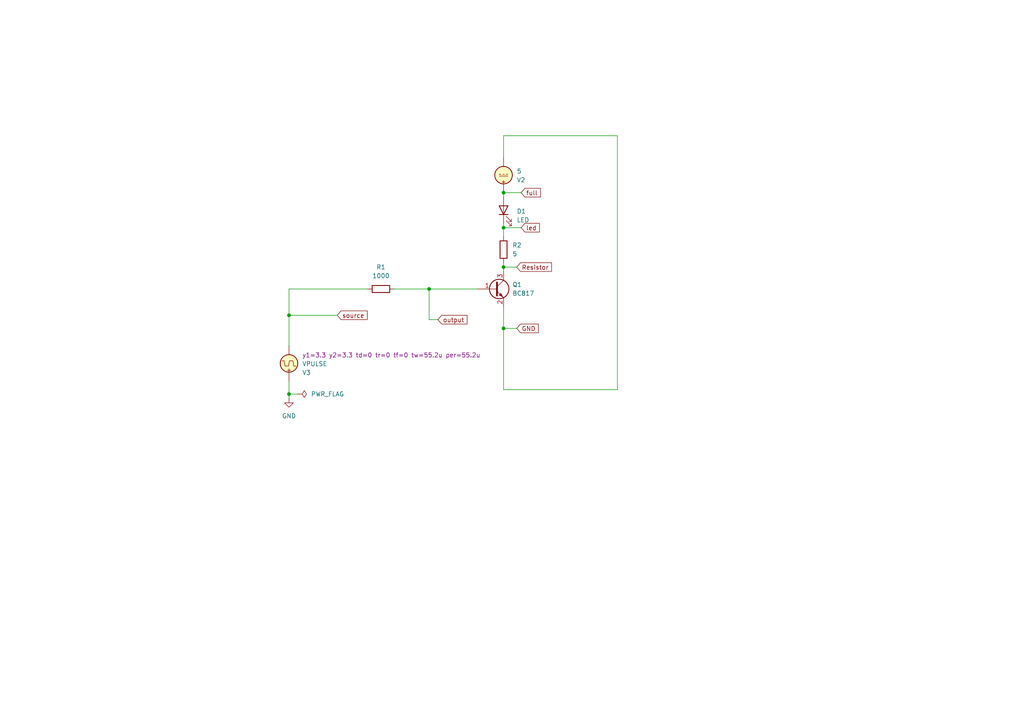
<source format=kicad_sch>
(kicad_sch (version 20231120) (generator "eeschema") (generator_version "8.0")
  (paper "A4")
  (lib_symbols
    (symbol "Device:LED" (pin_numbers hide) (pin_names (offset 1.016) hide)
      (property "Reference" "D" (at 0 2.54 0))
      (property "Value" "LED" (at 0 -2.54 0))
      (symbol "LED_0_1"
        (polyline (pts (xy -1.27 -1.27) (xy -1.27 1.27)) (stroke (width 0.254)))
        (polyline (pts (xy -1.27 0) (xy 1.27 0)))
        (polyline (pts (xy 1.27 -1.27) (xy 1.27 1.27) (xy -1.27 0) (xy 1.27 -1.27)) (stroke (width 0.254)))
        (polyline (pts (xy -3.048 -0.762) (xy -4.572 -2.286) (xy -3.81 -2.286) (xy -4.572 -2.286) (xy -4.572 -1.524)))
        (polyline (pts (xy -1.778 -0.762) (xy -3.302 -2.286) (xy -2.54 -2.286) (xy -3.302 -2.286) (xy -3.302 -1.524)))
      )
      (symbol "LED_1_1"
        (pin passive line (at -3.81 0 0) (length 2.54) (name "K") (number "1"))
        (pin passive line (at 3.81 0 180) (length 2.54) (name "A") (number "2"))
      )
    )
    (symbol "Device:R" (pin_numbers hide) (pin_names (offset 0))
      (property "Reference" "R" (at 2.032 0 90))
      (property "Value" "R" (at 0 0 90))
      (symbol "R_0_1"
        (rectangle (start -1.016 -2.54) (end 1.016 2.54) (stroke (width 0.254)))
      )
      (symbol "R_1_1"
        (pin passive line (at 0 3.81 270) (length 1.27) (name "~") (number "1"))
        (pin passive line (at 0 -3.81 90) (length 1.27) (name "~") (number "2"))
      )
    )
    (symbol "Simulation_SPICE:VDC" (pin_numbers hide) (pin_names (offset 0.0254))
      (property "Reference" "V" (at 2.54 2.54 0))
      (property "Value" "1" (at 2.54 0 0))
      (symbol "VDC_0_0"
        (polyline (pts (xy -1.27 0.254) (xy 1.27 0.254)))
        (polyline (pts (xy -0.762 -0.254) (xy -1.27 -0.254)))
        (polyline (pts (xy 0.254 -0.254) (xy -0.254 -0.254)))
        (polyline (pts (xy 1.27 -0.254) (xy 0.762 -0.254)))
        (text "+" (at 0 1.905 0) (effects (font (size 1.27 1.27))))
      )
      (symbol "VDC_0_1"
        (circle (center 0 0) (radius 2.54) (stroke (width 0.254)) (fill (type background)))
      )
      (symbol "VDC_1_1"
        (pin passive line (at 0 5.08 270) (length 2.54) (name "~") (number "1"))
        (pin passive line (at 0 -5.08 90) (length 2.54) (name "~") (number "2"))
      )
    )
    (symbol "Simulation_SPICE:VPULSE" (pin_numbers hide) (pin_names (offset 0.0254))
      (property "Reference" "V" (at 2.54 2.54 0))
      (property "Value" "VPULSE" (at 2.54 0 0))
      (property "Sim.Params" "y1=0 y2=1 td=2n tr=2n tf=2n tw=50n per=100n" (at 2.54 -2.54 0))
      (symbol "VPULSE_0_0"
        (polyline (pts (xy -2.032 -0.762) (xy -1.397 -0.762) (xy -1.143 0.762) (xy -0.127 0.762) (xy 0.127 -0.762) (xy 1.143 -0.762) (xy 1.397 0.762) (xy 2.032 0.762)))
        (text "+" (at 0 1.905 0) (effects (font (size 1.27 1.27))))
      )
      (symbol "VPULSE_0_1"
        (circle (center 0 0) (radius 2.54) (stroke (width 0.254)) (fill (type background)))
      )
      (symbol "VPULSE_1_1"
        (pin passive line (at 0 5.08 270) (length 2.54) (name "~") (number "1"))
        (pin passive line (at 0 -5.08 90) (length 2.54) (name "~") (number "2"))
      )
    )
    (symbol "Transistor_BJT:BC817" (pin_names (offset 0) hide)
      (property "Reference" "Q" (at 5.08 1.905 0))
      (property "Value" "BC817" (at 5.08 0 0))
      (symbol "BC817_0_1"
        (polyline (pts (xy 0.635 0.635) (xy 2.54 2.54)))
        (polyline (pts (xy 0.635 -0.635) (xy 2.54 -2.54) (xy 2.54 -2.54)))
        (polyline (pts (xy 0.635 1.905) (xy 0.635 -1.905) (xy 0.635 -1.905)) (stroke (width 0.508)))
        (polyline (pts (xy 1.27 -1.778) (xy 1.778 -1.27) (xy 2.286 -2.286) (xy 1.27 -1.778) (xy 1.27 -1.778)) (fill (type outline)))
        (circle (center 1.27 0) (radius 2.8194) (stroke (width 0.254)))
      )
      (symbol "BC817_1_1"
        (pin input line (at -5.08 0 0) (length 5.715) (name "B") (number "1"))
        (pin passive line (at 2.54 -5.08 90) (length 2.54) (name "E") (number "2"))
        (pin passive line (at 2.54 5.08 270) (length 2.54) (name "C") (number "3"))
      )
    )
    (symbol "power:GND" (power) (pin_numbers hide) (pin_names (offset 0) hide)
      (property "Value" "GND" (at 0 -3.81 0))
      (symbol "GND_0_1"
        (polyline (pts (xy 0 0) (xy 0 -1.27) (xy 1.27 -1.27) (xy 0 -2.54) (xy -1.27 -1.27) (xy 0 -1.27)))
      )
      (symbol "GND_1_1"
        (pin power_in line (at 0 0 270) (length 0) (name "~") (number "1"))
      )
    )
    (symbol "power:PWR_FLAG" (power) (pin_numbers hide) (pin_names (offset 0) hide)
      (property "Value" "PWR_FLAG" (at 0 3.81 0))
      (symbol "PWR_FLAG_0_0"
        (pin power_out line (at 0 0 90) (length 0) (name "~") (number "1"))
      )
      (symbol "PWR_FLAG_0_1"
        (polyline (pts (xy 0 0) (xy 0 1.27) (xy -1.016 1.905) (xy 0 2.54) (xy 1.016 1.905) (xy 0 1.27)))
      )
    )
  )
  (junction (at 83.82 91.44))
  (junction (at 146.05 77.47))
  (junction (at 124.46 83.82))
  (junction (at 83.82 114.3))
  (junction (at 146.05 55.88))
  (junction (at 146.05 95.25))
  (junction (at 146.05 66.04))
  (wire (pts (xy 146.05 113.03) (xy 179.07 113.03)))
  (wire (pts (xy 83.82 91.44) (xy 83.82 100.33)))
  (wire (pts (xy 179.07 113.03) (xy 179.07 39.37)))
  (wire (pts (xy 146.05 76.2) (xy 146.05 77.47)))
  (wire (pts (xy 146.05 39.37) (xy 146.05 45.72)))
  (wire (pts (xy 146.05 68.58) (xy 146.05 66.04)))
  (wire (pts (xy 146.05 88.9) (xy 146.05 95.25)))
  (wire (pts (xy 146.05 55.88) (xy 146.05 57.15)))
  (wire (pts (xy 151.13 55.88) (xy 146.05 55.88)))
  (wire (pts (xy 83.82 114.3) (xy 86.36 114.3)))
  (wire (pts (xy 124.46 83.82) (xy 138.43 83.82)))
  (wire (pts (xy 146.05 77.47) (xy 146.05 78.74)))
  (wire (pts (xy 151.13 66.04) (xy 146.05 66.04)))
  (wire (pts (xy 124.46 83.82) (xy 124.46 92.71)))
  (wire (pts (xy 149.86 95.25) (xy 146.05 95.25)))
  (wire (pts (xy 83.82 83.82) (xy 83.82 91.44)))
  (wire (pts (xy 114.3 83.82) (xy 124.46 83.82)))
  (wire (pts (xy 83.82 91.44) (xy 97.79 91.44)))
  (wire (pts (xy 179.07 39.37) (xy 146.05 39.37)))
  (wire (pts (xy 146.05 64.77) (xy 146.05 66.04)))
  (wire (pts (xy 83.82 114.3) (xy 83.82 115.57)))
  (wire (pts (xy 124.46 92.71) (xy 127 92.71)))
  (wire (pts (xy 149.86 77.47) (xy 146.05 77.47)))
  (wire (pts (xy 106.68 83.82) (xy 83.82 83.82)))
  (wire (pts (xy 146.05 95.25) (xy 146.05 113.03)))
  (wire (pts (xy 83.82 110.49) (xy 83.82 114.3)))
  (global_label "GND" (shape input) (at 149.86 95.25 0) (property "Intersheetrefs" "${INTERSHEET_REFS}" (effects (hide yes))))
  (global_label "output" (shape input) (at 127 92.71 0) (property "Intersheetrefs" "${INTERSHEET_REFS}" (effects (hide yes))))
  (global_label "source" (shape input) (at 97.79 91.44 0) (property "Intersheetrefs" "${INTERSHEET_REFS}" (effects (hide yes))))
  (global_label "Resistor" (shape input) (at 149.86 77.47 0) (property "Intersheetrefs" "${INTERSHEET_REFS}" (effects (hide yes))))
  (global_label "full" (shape input) (at 151.13 55.88 0) (property "Intersheetrefs" "${INTERSHEET_REFS}" (effects (hide yes))))
  (global_label "led" (shape input) (at 151.13 66.04 0) (property "Intersheetrefs" "${INTERSHEET_REFS}" (effects (hide yes))))
  (symbol (lib_id "Device:R") (at 110.49 83.82 270) (unit 1)
    (property "Reference" "R1" (at 110.49 77.47 90))
    (property "Value" "1000" (at 110.49 80.01 90))
    (property "Description" "Resistor" (effects (hide yes)))
  )
  (symbol (lib_id "Device:LED") (at 146.05 60.96 90) (unit 1)
    (property "Reference" "D1" (at 149.86 61.2774 90) (effects (justify right)))
    (property "Value" "LED" (at 149.86 63.8174 90) (effects (justify right)))
    (property "Description" "Light emitting diode" (effects (hide yes)))
    (property "Sim.Library" "SLX-LX5093UWC.kicad_mod" (effects (hide yes)))
    (property "Sim.Name" "SLX-LX5093UWC" (effects (hide yes)))
    (property "Sim.Device" "D" (effects (hide yes)))
    (property "Sim.Pins" "1=A 2=K" (effects (hide yes)))
  )
  (symbol (lib_id "Simulation_SPICE:VPULSE") (at 83.82 105.41 0) (mirror x) (unit 1)
    (property "Reference" "V3" (at 87.63 108.0799 0) (effects (justify left)))
    (property "Value" "VPULSE" (at 87.63 105.5399 0) (effects (justify left)))
    (property "Datasheet" "https://ngspice.sourceforge.io/docs/ngspice-html-manual/manual.xhtml#sec_Independent_Sources_for" (effects (hide yes)))
    (property "Description" "Voltage source, pulse" (effects (hide yes)))
    (property "Sim.Pins" "1=+ 2=-" (effects (hide yes)))
    (property "Sim.Type" "PULSE" (effects (hide yes)))
    (property "Sim.Device" "V" (effects (hide yes)))
    (property "Sim.Params" "y1=3.3 y2=3.3 td=0 tr=0 tf=0 tw=55.2u per=55.2u" (at 87.63 102.9999 0) (effects (justify left)))
  )
  (symbol (lib_id "Device:R") (at 146.05 72.39 0) (unit 1)
    (property "Reference" "R2" (at 148.59 71.1199 0) (effects (justify left)))
    (property "Value" "5" (at 148.59 73.6599 0) (effects (justify left)))
    (property "Description" "Resistor" (effects (hide yes)))
  )
  (symbol (lib_id "power:PWR_FLAG") (at 86.36 114.3 270) (unit 1)
    (property "Reference" "#FLG01" (effects (hide yes)))
    (property "Value" "PWR_FLAG" (at 90.17 114.2999 90) (effects (justify left)))
    (property "Description" "Special symbol for telling ERC where power comes from" (effects (hide yes)))
  )
  (symbol (lib_id "Simulation_SPICE:VDC") (at 146.05 50.8 0) (mirror x) (unit 1)
    (property "Reference" "V2" (at 149.86 52.1999 0) (effects (justify left)))
    (property "Value" "5" (at 149.86 49.6599 0) (effects (justify left)))
    (property "Datasheet" "https://ngspice.sourceforge.io/docs/ngspice-html-manual/manual.xhtml#sec_Independent_Sources_for" (effects (hide yes)))
    (property "Description" "Voltage source, DC" (effects (hide yes)))
    (property "Sim.Pins" "1=+ 2=-" (effects (hide yes)))
    (property "Sim.Type" "DC" (effects (hide yes)))
    (property "Sim.Device" "V" (effects (hide yes)))
  )
  (symbol (lib_id "power:GND") (at 83.82 115.57 0) (unit 1)
    (property "Reference" "#PWR01" (effects (hide yes)))
    (property "Value" "GND" (at 83.82 120.65 0))
    (property "Description" "Power symbol creates a global label with name \"GND\" , ground" (effects (hide yes)))
  )
  (symbol (lib_id "Transistor_BJT:BC817") (at 143.51 83.82 0) (unit 1)
    (property "Reference" "Q1" (at 148.59 82.5499 0) (effects (justify left)))
    (property "Value" "BC817" (at 148.59 85.0899 0) (effects (justify left)))
    (property "Footprint" "Package_TO_SOT_SMD:SOT-23" (effects (hide yes)))
    (property "Datasheet" "https://www.onsemi.com/pub/Collateral/BC818-D.pdf" (effects (hide yes)))
    (property "Description" "0.8A Ic, 45V Vce, NPN Transistor, SOT-23" (effects (hide yes)))
    (property "Sim.Library" "BC817-25.kicad_mod" (effects (hide yes)))
    (property "Sim.Name" "BC817_25" (effects (hide yes)))
    (property "Sim.Device" "SUBCKT" (effects (hide yes)))
    (property "Sim.Pins" "1=1 2=2 3=3" (effects (hide yes)))
  )
)
</source>
